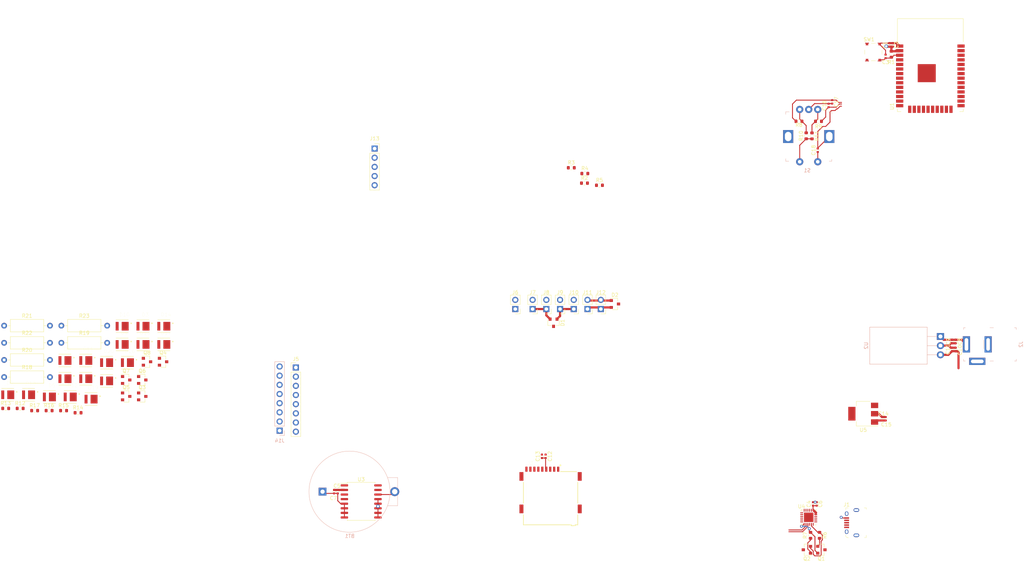
<source format=kicad_pcb>
(kicad_pcb (version 20171130) (host pcbnew "(5.1.8)-1")
  (layers (0 F.Cu signal) (1 In1.Cu power) (2 In2.Cu power) (31 B.Cu signal) (34 B.Paste user) (35 F.Paste user) (36 B.SilkS user) (37 F.SilkS user) (38 B.Mask user) (39 F.Mask user) (44 Edge.Cuts user))
  (net 0 "")
  (net 1 Earth)
  (net 2 +3V3)
  (net 3 /RESET)
  (net 4 LINE)
  (net 5 +12V)
  (net 6 /EncoderB)
  (net 7 /EncoderA)
  (net 8 /Button)
  (net 9 SDA)
  (net 10 SCL)
  (net 11 "Net-(J1-Pad3)")
  (net 12 "Net-(J1-Pad2)")
  (net 13 "Net-(J1-Pad1)")
  (net 14 TXD)
  (net 15 RXD)
  (net 16 /IO0)
  (net 17 /OnOff)
  (net 18 "Net-(Q1-Pad1)")
  (net 19 "Net-(Q1-Pad2)")
  (net 20 "Net-(Q2-Pad2)")
  (net 21 "Net-(Q2-Pad1)")
  (net 22 "Net-(D3-Pad1)")
  (net 23 "Net-(Q3-Pad1)")
  (net 24 "Net-(Q4-Pad1)")
  (net 25 "Net-(D6-Pad1)")
  (net 26 "Net-(D10-Pad1)")
  (net 27 "Net-(Q5-Pad1)")
  (net 28 "Net-(Q6-Pad1)")
  (net 29 "Net-(D12-Pad1)")
  (net 30 "Net-(Q7-Pad1)")
  (net 31 "Net-(D15-Pad1)")
  (net 32 "Net-(D18-Pad1)")
  (net 33 "Net-(Q8-Pad1)")
  (net 34 /RTC-32kHz)
  (net 35 /RTC-INTSQW)
  (net 36 "Net-(R10-Pad2)")
  (net 37 "Net-(R11-Pad2)")
  (net 38 "Net-(D3-Pad2)")
  (net 39 "Net-(D6-Pad2)")
  (net 40 "Net-(D10-Pad2)")
  (net 41 "Net-(D12-Pad2)")
  (net 42 "Net-(D15-Pad2)")
  (net 43 "Net-(D18-Pad2)")
  (net 44 /RTC-RST)
  (net 45 SCK)
  (net 46 MOSI)
  (net 47 MISO)
  (net 48 "Net-(BT1-Pad1)")
  (net 49 /!SD_SS)
  (net 50 /PWM6)
  (net 51 /PWM5)
  (net 52 /PWM4)
  (net 53 /PWM3)
  (net 54 /PWM2)
  (net 55 /PWM1)
  (net 56 /SD_Det)
  (module digikey-footprints:GCT_MEM2075-00-140-01-A (layer F.Cu) (at 123.5 151)
    (fp_text reference J3 (at -5.125 -13.135) (layer F.SilkS) (effects (font (thickness 0.015))))
    (fp_text value Micro_SD_Card_Det)
    (pad 1 smd rect (at 2.58 -11.42) (size 0.62 1.4) (layers F.Cu F.Paste F.Mask))
    (pad 2 smd rect (at 1.48 -11.42) (size 0.62 1.4) (layers F.Cu F.Paste F.Mask) (net 49 /!SD_SS))
    (pad 3 smd rect (at 0.38 -11.42) (size 0.62 1.4) (layers F.Cu F.Paste F.Mask) (net 46 MOSI))
    (pad 4 smd rect (at -0.72 -11.42) (size 0.62 1.4) (layers F.Cu F.Paste F.Mask) (net 2 +3V3))
    (pad 5 smd rect (at -1.82 -11.42) (size 0.62 1.4) (layers F.Cu F.Paste F.Mask) (net 45 SCK))
    (pad 6 smd rect (at -2.92 -11.42) (size 0.62 1.4) (layers F.Cu F.Paste F.Mask) (net 1 Earth))
    (pad 7 smd rect (at -4.02 -11.42) (size 0.62 1.4) (layers F.Cu F.Paste F.Mask) (net 47 MISO))
    (pad 8 smd rect (at -5.12 -11.42) (size 0.62 1.4) (layers F.Cu F.Paste F.Mask))
    (pad 9 smd rect (at -6.22 -11.42) (size 0.62 1.4) (layers F.Cu F.Paste F.Mask) (net 56 /SD_Det))
    (pad None np_thru_hole circle (at -3.4 0) (size 0.95 0.95) (drill 0.95) (layers *.Cu *.Mask))
    (pad None np_thru_hole circle (at 3.4 0) (size 0.95 0.95) (drill 0.95) (layers *.Cu *.Mask))
    (pad 11 smd rect (at -7.6 -0.42) (size 1.1 2.4) (layers F.Cu F.Paste F.Mask))
    (pad 11 smd rect (at -7.6 -9.42) (size 1.1 2.4) (layers F.Cu F.Paste F.Mask))
    (pad 11 smd rect (at 8.55 -9.42) (size 1.1 2.4) (layers F.Cu F.Paste F.Mask))
    (pad 11 smd rect (at 8.55 -0.42) (size 1.1 2.4) (layers F.Cu F.Paste F.Mask))
  )
  (module Resistor_SMD:R_0603_1608Metric (layer F.Cu) (at 196 157.9 270)
    (fp_text reference R7 (at 0 1.5 90) (layer F.SilkS))
    (fp_text value 10k)
    (pad 1 smd roundrect (at -0.825 0 270) (size 0.8 0.95) (layers F.Cu F.Paste F.Mask) (net 19 "Net-(Q1-Pad2)"))
    (pad 2 smd roundrect (at 0.825 0 270) (size 0.8 0.95) (layers F.Cu F.Paste F.Mask) (net 21 "Net-(Q2-Pad1)"))
  )
  (module digikey-footprints:Battery_Holder_Coin_2032_BS-7 (layer B.Cu) (at 60.8 145.8)
    (fp_text reference BT1 (at 7.52856 12.3063 180) (layer B.SilkS) (effects (justify mirror)))
    (fp_text value Battery_Cell)
    (pad 2 thru_hole rect (at 0 0) (size 2.17 2.17) (drill 1.17) (layers *.Cu *.Mask) (net 1 Earth))
    (pad 1 thru_hole circle (at 20 0) (size 2.5 2.5) (drill 1.5) (layers *.Cu *.Mask) (net 48 "Net-(BT1-Pad1)"))
  )
  (module Capacitor_SMD:C_0402_1005Metric (layer F.Cu) (at 217.8 22.014999 90)
    (fp_text reference C1 (at 0 -1.16 90) (layer F.SilkS))
    (fp_text value 1n)
    (pad 2 smd roundrect (at 0.48 0 90) (size 0.56 0.62) (layers F.Cu F.Paste F.Mask) (net 1 Earth))
    (pad 1 smd roundrect (at -0.48 0 90) (size 0.56 0.62) (layers F.Cu F.Paste F.Mask) (net 2 +3V3))
  )
  (module Capacitor_SMD:C_0402_1005Metric (layer F.Cu) (at 218.775001 22.014999 90)
    (fp_text reference C2 (at 0 1.024999 90) (layer F.SilkS))
    (fp_text value 100n)
    (pad 2 smd roundrect (at 0.48 0 90) (size 0.56 0.62) (layers F.Cu F.Paste F.Mask) (net 1 Earth))
    (pad 1 smd roundrect (at -0.48 0 90) (size 0.56 0.62) (layers F.Cu F.Paste F.Mask) (net 2 +3V3))
  )
  (module Capacitor_SMD:C_0402_1005Metric (layer F.Cu) (at 216.8 25.2 90)
    (fp_text reference C3 (at -1.6 0 180) (layer F.SilkS))
    (fp_text value 100n)
    (pad 2 smd roundrect (at 0.48 0 90) (size 0.56 0.62) (layers F.Cu F.Paste F.Mask) (net 1 Earth))
    (pad 1 smd roundrect (at -0.48 0 90) (size 0.56 0.62) (layers F.Cu F.Paste F.Mask) (net 3 /RESET))
  )
  (module Capacitor_SMD:C_0402_1005Metric (layer F.Cu) (at 196.7 149.2 90)
    (fp_text reference C4 (at 0 -1.16 90) (layer F.SilkS))
    (fp_text value 1n)
    (pad 2 smd roundrect (at 0.48 0 90) (size 0.56 0.62) (layers F.Cu F.Paste F.Mask) (net 1 Earth))
    (pad 1 smd roundrect (at -0.48 0 90) (size 0.56 0.62) (layers F.Cu F.Paste F.Mask) (net 2 +3V3))
  )
  (module Capacitor_SMD:C_0402_1005Metric (layer F.Cu) (at 65 145.8 270)
    (fp_text reference C5 (at -1.6 0.2 180) (layer F.SilkS))
    (fp_text value 1n)
    (pad 1 smd roundrect (at -0.48 0 270) (size 0.56 0.62) (layers F.Cu F.Paste F.Mask) (net 2 +3V3))
    (pad 2 smd roundrect (at 0.48 0 270) (size 0.56 0.62) (layers F.Cu F.Paste F.Mask) (net 1 Earth))
  )
  (module Capacitor_SMD:C_0402_1005Metric (layer F.Cu) (at 197.7 149.2 90)
    (fp_text reference C6 (at 0 1 90) (layer F.SilkS))
    (fp_text value 100n)
    (pad 1 smd roundrect (at -0.48 0 90) (size 0.56 0.62) (layers F.Cu F.Paste F.Mask) (net 2 +3V3))
    (pad 2 smd roundrect (at 0.48 0 90) (size 0.56 0.62) (layers F.Cu F.Paste F.Mask) (net 1 Earth))
  )
  (module Capacitor_SMD:C_0402_1005Metric (layer F.Cu) (at 64 145.8 270)
    (fp_text reference C7 (at 1.8 0.2 180) (layer F.SilkS))
    (fp_text value 100n)
    (pad 2 smd roundrect (at 0.48 0 270) (size 0.56 0.62) (layers F.Cu F.Paste F.Mask) (net 1 Earth))
    (pad 1 smd roundrect (at -0.48 0 270) (size 0.56 0.62) (layers F.Cu F.Paste F.Mask) (net 2 +3V3))
  )
  (module Capacitor_SMD:C_0402_1005Metric (layer F.Cu) (at 236.2 104.2 270)
    (fp_text reference C8 (at 0 -1.16 90) (layer F.SilkS))
    (fp_text value 4u7)
    (pad 2 smd roundrect (at 0.48 0 270) (size 0.56 0.62) (layers F.Cu F.Paste F.Mask) (net 1 Earth))
    (pad 1 smd roundrect (at -0.48 0 270) (size 0.56 0.62) (layers F.Cu F.Paste F.Mask) (net 4 LINE))
  )
  (module Capacitor_SMD:C_0402_1005Metric (layer F.Cu) (at 235.2 104.2 270)
    (fp_text reference C9 (at 0 1 90) (layer F.SilkS))
    (fp_text value 100n)
    (pad 2 smd roundrect (at 0.48 0 270) (size 0.56 0.62) (layers F.Cu F.Paste F.Mask) (net 1 Earth))
    (pad 1 smd roundrect (at -0.48 0 270) (size 0.56 0.62) (layers F.Cu F.Paste F.Mask) (net 4 LINE))
  )
  (module Capacitor_SMD:C_0402_1005Metric (layer F.Cu) (at 236.2 106.4 90)
    (fp_text reference C10 (at -0.2 1.2 90) (layer F.SilkS))
    (fp_text value 4u7)
    (pad 2 smd roundrect (at 0.48 0 90) (size 0.56 0.62) (layers F.Cu F.Paste F.Mask) (net 1 Earth))
    (pad 1 smd roundrect (at -0.48 0 90) (size 0.56 0.62) (layers F.Cu F.Paste F.Mask) (net 5 +12V))
  )
  (module Capacitor_SMD:C_0402_1005Metric (layer F.Cu) (at 235.2 106.4 90)
    (fp_text reference C11 (at 0 -1.16 90) (layer F.SilkS))
    (fp_text value 100n)
    (pad 1 smd roundrect (at -0.48 0 90) (size 0.56 0.62) (layers F.Cu F.Paste F.Mask) (net 5 +12V))
    (pad 2 smd roundrect (at 0.48 0 90) (size 0.56 0.62) (layers F.Cu F.Paste F.Mask) (net 1 Earth))
  )
  (module Capacitor_SMD:C_0402_1005Metric (layer F.Cu) (at 122.6 136 90)
    (fp_text reference C12 (at 0 1.2 90) (layer F.SilkS))
    (fp_text value 1n)
    (pad 1 smd roundrect (at -0.48 0 90) (size 0.56 0.62) (layers F.Cu F.Paste F.Mask) (net 2 +3V3))
    (pad 2 smd roundrect (at 0.48 0 90) (size 0.56 0.62) (layers F.Cu F.Paste F.Mask) (net 1 Earth))
  )
  (module Capacitor_SMD:C_0402_1005Metric (layer F.Cu) (at 121.585001 136 90)
    (fp_text reference C13 (at 0 -1.16 90) (layer F.SilkS))
    (fp_text value 100n)
    (pad 2 smd roundrect (at 0.48 0 90) (size 0.56 0.62) (layers F.Cu F.Paste F.Mask) (net 1 Earth))
    (pad 1 smd roundrect (at -0.48 0 90) (size 0.56 0.62) (layers F.Cu F.Paste F.Mask) (net 2 +3V3))
  )
  (module Capacitor_SMD:C_0402_1005Metric (layer F.Cu) (at 215.8 125.6 270)
    (fp_text reference C14 (at -1.4 -0.4 180) (layer F.SilkS))
    (fp_text value 4u7)
    (pad 1 smd roundrect (at -0.48 0 270) (size 0.56 0.62) (layers F.Cu F.Paste F.Mask) (net 2 +3V3))
    (pad 2 smd roundrect (at 0.48 0 270) (size 0.56 0.62) (layers F.Cu F.Paste F.Mask) (net 1 Earth))
  )
  (module Capacitor_SMD:C_0402_1005Metric (layer F.Cu) (at 216.8 125.6 270)
    (fp_text reference C15 (at 1.6 -0.2 180) (layer F.SilkS))
    (fp_text value 100n)
    (pad 2 smd roundrect (at 0.48 0 270) (size 0.56 0.62) (layers F.Cu F.Paste F.Mask) (net 1 Earth))
    (pad 1 smd roundrect (at -0.48 0 270) (size 0.56 0.62) (layers F.Cu F.Paste F.Mask) (net 2 +3V3))
  )
  (module Capacitor_SMD:C_0402_1005Metric (layer F.Cu) (at 201 38.8 90)
    (fp_text reference C16 (at 0 -1.16 90) (layer F.SilkS))
    (fp_text value 10n)
    (pad 2 smd roundrect (at 0.48 0 90) (size 0.56 0.62) (layers F.Cu F.Paste F.Mask) (net 1 Earth))
    (pad 1 smd roundrect (at -0.48 0 90) (size 0.56 0.62) (layers F.Cu F.Paste F.Mask) (net 6 /EncoderB))
  )
  (module Capacitor_SMD:C_0402_1005Metric (layer F.Cu) (at 202 37.8 270)
    (fp_text reference C17 (at 0 -1.16 90) (layer F.SilkS))
    (fp_text value 10n)
    (pad 1 smd roundrect (at -0.48 0 270) (size 0.56 0.62) (layers F.Cu F.Paste F.Mask) (net 7 /EncoderA))
    (pad 2 smd roundrect (at 0.48 0 270) (size 0.56 0.62) (layers F.Cu F.Paste F.Mask) (net 1 Earth))
  )
  (module Capacitor_SMD:C_0402_1005Metric (layer F.Cu) (at 198 51.2 90)
    (fp_text reference C18 (at 0 -1.16 90) (layer F.SilkS))
    (fp_text value 10n)
    (pad 2 smd roundrect (at 0.48 0 90) (size 0.56 0.62) (layers F.Cu F.Paste F.Mask) (net 1 Earth))
    (pad 1 smd roundrect (at -0.48 0 90) (size 0.56 0.62) (layers F.Cu F.Paste F.Mask) (net 8 /Button))
  )
  (module Package_TO_SOT_SMD:SOT-23 (layer F.Cu) (at 124.8 99 270)
    (fp_text reference D1 (at 0 -2.5 90) (layer F.SilkS))
    (fp_text value PSM712-LF-T7)
    (pad 3 smd rect (at 1 0 270) (size 0.9 0.8) (layers F.Cu F.Paste F.Mask) (net 1 Earth))
    (pad 2 smd rect (at -1 0.95 270) (size 0.9 0.8) (layers F.Cu F.Paste F.Mask) (net 2 +3V3))
    (pad 1 smd rect (at -1 -0.95 270) (size 0.9 0.8) (layers F.Cu F.Paste F.Mask) (net 5 +12V))
  )
  (module Package_TO_SOT_SMD:SOT-23 (layer F.Cu) (at 141.8 93.8)
    (fp_text reference D2 (at 0 -2.5) (layer F.SilkS))
    (fp_text value PSM712-LF-T7)
    (pad 1 smd rect (at -1 -0.95) (size 0.9 0.8) (layers F.Cu F.Paste F.Mask) (net 9 SDA))
    (pad 2 smd rect (at -1 0.95) (size 0.9 0.8) (layers F.Cu F.Paste F.Mask) (net 10 SCL))
    (pad 3 smd rect (at 1 0) (size 0.9 0.8) (layers F.Cu F.Paste F.Mask) (net 1 Earth))
  )
  (module digikey-footprints:LED_L135-A589003500000 (layer F.Cu) (at 11.045001 99.955001)
    (fp_text reference D3 (at 0.635 -3.175) (layer F.SilkS) (effects (font (thickness 0.015))))
    (fp_text value LED)
    (pad 1 smd rect (at 0.835 0) (size 1.93 2.4) (layers F.Cu F.Paste) (net 22 "Net-(D3-Pad1)"))
    (pad 2 smd rect (at -1.39 0) (size 0.82 2.4) (layers F.Cu F.Paste) (net 38 "Net-(D3-Pad2)"))
  )
  (module digikey-footprints:LED_L135-A589003500000 (layer F.Cu) (at 5.275001 105.005001)
    (fp_text reference D4 (at 0.635 -3.175) (layer F.SilkS) (effects (font (thickness 0.015))))
    (fp_text value LED)
    (pad 2 smd rect (at -1.39 0) (size 0.82 2.4) (layers F.Cu F.Paste) (net 38 "Net-(D3-Pad2)"))
    (pad 1 smd rect (at 0.835 0) (size 1.93 2.4) (layers F.Cu F.Paste) (net 22 "Net-(D3-Pad1)"))
  )
  (module digikey-footprints:LED_L135-A589003500000 (layer F.Cu) (at -14.884999 119.555001)
    (fp_text reference D5 (at 0.635 -3.175) (layer F.SilkS) (effects (font (thickness 0.015))))
    (fp_text value LED)
    (pad 1 smd rect (at 0.835 0) (size 1.93 2.4) (layers F.Cu F.Paste) (net 22 "Net-(D3-Pad1)"))
    (pad 2 smd rect (at -1.39 0) (size 0.82 2.4) (layers F.Cu F.Paste) (net 38 "Net-(D3-Pad2)"))
  )
  (module digikey-footprints:LED_L135-A589003500000 (layer F.Cu) (at -4.804999 114.505001)
    (fp_text reference D6 (at 0.635 -3.175) (layer F.SilkS) (effects (font (thickness 0.015))))
    (fp_text value LED)
    (pad 2 smd rect (at -1.39 0) (size 0.82 2.4) (layers F.Cu F.Paste) (net 39 "Net-(D6-Pad2)"))
    (pad 1 smd rect (at 0.835 0) (size 1.93 2.4) (layers F.Cu F.Paste) (net 25 "Net-(D6-Pad1)"))
  )
  (module digikey-footprints:LED_L135-A589003500000 (layer F.Cu) (at -10.574999 114.505001)
    (fp_text reference D7 (at 0.635 -3.175) (layer F.SilkS) (effects (font (thickness 0.015))))
    (fp_text value LED)
    (pad 1 smd rect (at 0.835 0) (size 1.93 2.4) (layers F.Cu F.Paste) (net 25 "Net-(D6-Pad1)"))
    (pad 2 smd rect (at -1.39 0) (size 0.82 2.4) (layers F.Cu F.Paste) (net 39 "Net-(D6-Pad2)"))
  )
  (module digikey-footprints:LED_L135-A589003500000 (layer F.Cu) (at -10.574999 109.455001)
    (fp_text reference D8 (at 0.635 -3.175) (layer F.SilkS) (effects (font (thickness 0.015))))
    (fp_text value LED)
    (pad 2 smd rect (at -1.39 0) (size 0.82 2.4) (layers F.Cu F.Paste) (net 39 "Net-(D6-Pad2)"))
    (pad 1 smd rect (at 0.835 0) (size 1.93 2.4) (layers F.Cu F.Paste) (net 25 "Net-(D6-Pad1)"))
  )
  (module digikey-footprints:LED_L135-A589003500000 (layer F.Cu) (at -26.424999 118.955001)
    (fp_text reference D9 (at 0.635 -3.175) (layer F.SilkS) (effects (font (thickness 0.015))))
    (fp_text value LED)
    (pad 1 smd rect (at 0.835 0) (size 1.93 2.4) (layers F.Cu F.Paste) (net 26 "Net-(D10-Pad1)"))
    (pad 2 smd rect (at -1.39 0) (size 0.82 2.4) (layers F.Cu F.Paste) (net 40 "Net-(D10-Pad2)"))
  )
  (module digikey-footprints:LED_L135-A589003500000 (layer F.Cu) (at 5.275001 99.955001)
    (fp_text reference D10 (at 0.635 -3.175) (layer F.SilkS) (effects (font (thickness 0.015))))
    (fp_text value LED)
    (pad 2 smd rect (at -1.39 0) (size 0.82 2.4) (layers F.Cu F.Paste) (net 40 "Net-(D10-Pad2)"))
    (pad 1 smd rect (at 0.835 0) (size 1.93 2.4) (layers F.Cu F.Paste) (net 26 "Net-(D10-Pad1)"))
  )
  (module digikey-footprints:LED_L135-A589003500000 (layer F.Cu) (at -4.804999 109.455001)
    (fp_text reference D11 (at 0.635 -3.175) (layer F.SilkS) (effects (font (thickness 0.015))))
    (fp_text value LED)
    (pad 1 smd rect (at 0.835 0) (size 1.93 2.4) (layers F.Cu F.Paste) (net 26 "Net-(D10-Pad1)"))
    (pad 2 smd rect (at -1.39 0) (size 0.82 2.4) (layers F.Cu F.Paste) (net 40 "Net-(D10-Pad2)"))
  )
  (module digikey-footprints:LED_L135-A589003500000 (layer F.Cu) (at -9.114999 119.555001)
    (fp_text reference D12 (at 0.635 -3.175) (layer F.SilkS) (effects (font (thickness 0.015))))
    (fp_text value LED)
    (pad 2 smd rect (at -1.39 0) (size 0.82 2.4) (layers F.Cu F.Paste) (net 41 "Net-(D12-Pad2)"))
    (pad 1 smd rect (at 0.835 0) (size 1.93 2.4) (layers F.Cu F.Paste) (net 29 "Net-(D12-Pad1)"))
  )
  (module digikey-footprints:LED_L135-A589003500000 (layer F.Cu) (at 11.045001 105.005001)
    (fp_text reference D13 (at 0.635 -3.175) (layer F.SilkS) (effects (font (thickness 0.015))))
    (fp_text value LED)
    (pad 1 smd rect (at 0.835 0) (size 1.93 2.4) (layers F.Cu F.Paste) (net 29 "Net-(D12-Pad1)"))
    (pad 2 smd rect (at -1.39 0) (size 0.82 2.4) (layers F.Cu F.Paste) (net 41 "Net-(D12-Pad2)"))
  )
  (module digikey-footprints:LED_L135-A589003500000 (layer F.Cu) (at 16.815001 99.955001)
    (fp_text reference D14 (at 0.635 -3.175) (layer F.SilkS) (effects (font (thickness 0.015))))
    (fp_text value LED)
    (pad 2 smd rect (at -1.39 0) (size 0.82 2.4) (layers F.Cu F.Paste) (net 41 "Net-(D12-Pad2)"))
    (pad 1 smd rect (at 0.835 0) (size 1.93 2.4) (layers F.Cu F.Paste) (net 29 "Net-(D12-Pad1)"))
  )
  (module digikey-footprints:LED_L135-A589003500000 (layer F.Cu) (at 0.965001 115.105001)
    (fp_text reference D15 (at 0.635 -3.175) (layer F.SilkS) (effects (font (thickness 0.015))))
    (fp_text value LED)
    (pad 2 smd rect (at -1.39 0) (size 0.82 2.4) (layers F.Cu F.Paste) (net 42 "Net-(D15-Pad2)"))
    (pad 1 smd rect (at 0.835 0) (size 1.93 2.4) (layers F.Cu F.Paste) (net 31 "Net-(D15-Pad1)"))
  )
  (module digikey-footprints:LED_L135-A589003500000 (layer F.Cu) (at 6.735001 110.055001)
    (fp_text reference D16 (at 0.635 -3.175) (layer F.SilkS) (effects (font (thickness 0.015))))
    (fp_text value LED)
    (pad 1 smd rect (at 0.835 0) (size 1.93 2.4) (layers F.Cu F.Paste) (net 31 "Net-(D15-Pad1)"))
    (pad 2 smd rect (at -1.39 0) (size 0.82 2.4) (layers F.Cu F.Paste) (net 42 "Net-(D15-Pad2)"))
  )
  (module digikey-footprints:LED_L135-A589003500000 (layer F.Cu) (at 16.815001 105.005001)
    (fp_text reference D17 (at 0.635 -3.175) (layer F.SilkS) (effects (font (thickness 0.015))))
    (fp_text value LED)
    (pad 2 smd rect (at -1.39 0) (size 0.82 2.4) (layers F.Cu F.Paste) (net 42 "Net-(D15-Pad2)"))
    (pad 1 smd rect (at 0.835 0) (size 1.93 2.4) (layers F.Cu F.Paste) (net 31 "Net-(D15-Pad1)"))
  )
  (module digikey-footprints:LED_L135-A589003500000 (layer F.Cu) (at -20.654999 118.955001)
    (fp_text reference D18 (at 0.635 -3.175) (layer F.SilkS) (effects (font (thickness 0.015))))
    (fp_text value LED)
    (pad 1 smd rect (at 0.835 0) (size 1.93 2.4) (layers F.Cu F.Paste) (net 32 "Net-(D18-Pad1)"))
    (pad 2 smd rect (at -1.39 0) (size 0.82 2.4) (layers F.Cu F.Paste) (net 43 "Net-(D18-Pad2)"))
  )
  (module digikey-footprints:LED_L135-A589003500000 (layer F.Cu) (at -3.344999 120.155001)
    (fp_text reference D19 (at 0.635 -3.175) (layer F.SilkS) (effects (font (thickness 0.015))))
    (fp_text value LED)
    (pad 2 smd rect (at -1.39 0) (size 0.82 2.4) (layers F.Cu F.Paste) (net 43 "Net-(D18-Pad2)"))
    (pad 1 smd rect (at 0.835 0) (size 1.93 2.4) (layers F.Cu F.Paste) (net 32 "Net-(D18-Pad1)"))
  )
  (module digikey-footprints:LED_L135-A589003500000 (layer F.Cu) (at 0.965001 110.055001)
    (fp_text reference D20 (at 0.635 -3.175) (layer F.SilkS) (effects (font (thickness 0.015))))
    (fp_text value LED)
    (pad 1 smd rect (at 0.835 0) (size 1.93 2.4) (layers F.Cu F.Paste) (net 32 "Net-(D18-Pad1)"))
    (pad 2 smd rect (at -1.39 0) (size 0.82 2.4) (layers F.Cu F.Paste) (net 43 "Net-(D18-Pad2)"))
  )
  (module digikey-footprints:USB_Micro_B_Female_10118194-0001LF (layer F.Cu) (at 206 154.4 90)
    (fp_text reference J1 (at 5 0 180) (layer F.SilkS))
    (fp_text value USB_B_Micro)
    (pad 3 smd rect (at 0 0 90) (size 0.4 1.35) (layers F.Cu F.Paste F.Mask) (net 11 "Net-(J1-Pad3)"))
    (pad 4 smd rect (at 0.65 0 90) (size 0.4 1.35) (layers F.Cu F.Paste F.Mask))
    (pad 5 smd rect (at 1.3 0 90) (size 0.4 1.35) (layers F.Cu F.Paste F.Mask) (net 1 Earth))
    (pad 2 smd rect (at -0.65 0 90) (size 0.4 1.35) (layers F.Cu F.Paste F.Mask) (net 12 "Net-(J1-Pad2)"))
    (pad 1 smd rect (at -1.3 0 90) (size 0.4 1.35) (layers F.Cu F.Paste F.Mask) (net 13 "Net-(J1-Pad1)"))
    (pad SH thru_hole oval (at 2.5 0 90) (size 1.25 0.95) (drill oval 0.85 0.55) (layers *.Cu *.Mask))
    (pad SH thru_hole oval (at -2.5 0 90) (size 1.25 0.95) (drill oval 0.85 0.55) (layers *.Cu *.Mask))
    (pad SH thru_hole oval (at -3.5 2.7 90) (size 1 1.55) (drill oval 0.5 1.15) (layers *.Cu *.Mask))
    (pad SH thru_hole oval (at 3.5 2.7 90) (size 1 1.55) (drill oval 0.5 1.15) (layers *.Cu *.Mask))
  )
  (module digikey-footprints:Barrel_Jack_5.5mmODx2.1mmID_PJ-202A (layer B.Cu) (at 242.2 105 90)
    (fp_text reference J2 (at 0 12.1 -90) (layer B.SilkS) (effects (justify mirror)))
    (fp_text value PJ-202-AH)
    (pad 3 thru_hole rect (at -4.7 0 90) (size 2 4.5) (drill oval 1 3.5) (layers *.Cu *.Mask))
    (pad 1 thru_hole rect (at 0 -3 90) (size 4.5 2) (drill oval 3.5 1) (layers *.Cu *.Mask) (net 4 LINE))
    (pad 2 thru_hole rect (at 0 3 90) (size 4.5 2) (drill oval 3.5 1) (layers *.Cu *.Mask) (net 1 Earth))
  )
  (module Connector_PinHeader_2.54mm:PinHeader_1x08_P2.54mm_Vertical (layer F.Cu) (at 53.4 111.4)
    (fp_text reference J5 (at 0 -2.33) (layer F.SilkS))
    (fp_text value Conn_01x08_Male)
    (pad 1 thru_hole rect (at 0 0) (size 1.7 1.7) (drill 1) (layers *.Cu *.Mask) (net 5 +12V))
    (pad 2 thru_hole oval (at 0 2.54) (size 1.7 1.7) (drill 1) (layers *.Cu *.Mask) (net 50 /PWM6))
    (pad 3 thru_hole oval (at 0 5.08) (size 1.7 1.7) (drill 1) (layers *.Cu *.Mask) (net 51 /PWM5))
    (pad 4 thru_hole oval (at 0 7.62) (size 1.7 1.7) (drill 1) (layers *.Cu *.Mask) (net 52 /PWM4))
    (pad 5 thru_hole oval (at 0 10.16) (size 1.7 1.7) (drill 1) (layers *.Cu *.Mask) (net 53 /PWM3))
    (pad 6 thru_hole oval (at 0 12.7) (size 1.7 1.7) (drill 1) (layers *.Cu *.Mask) (net 54 /PWM2))
    (pad 7 thru_hole oval (at 0 15.24) (size 1.7 1.7) (drill 1) (layers *.Cu *.Mask) (net 55 /PWM1))
    (pad 8 thru_hole oval (at 0 17.78) (size 1.7 1.7) (drill 1) (layers *.Cu *.Mask) (net 1 Earth))
  )
  (module Connector_PinHeader_2.54mm:PinHeader_1x02_P2.54mm_Vertical (layer F.Cu) (at 114.2 95.2 180)
    (fp_text reference J6 (at 0 4.6) (layer F.SilkS))
    (fp_text value Conn_01x02)
    (pad 1 thru_hole rect (at 0 0 180) (size 1.7 1.7) (drill 1) (layers *.Cu *.Mask) (net 17 /OnOff))
    (pad 2 thru_hole oval (at 0 2.54 180) (size 1.7 1.7) (drill 1) (layers *.Cu *.Mask) (net 1 Earth))
  )
  (module Connector_PinHeader_2.54mm:PinHeader_1x02_P2.54mm_Vertical (layer F.Cu) (at 119 95.2 180)
    (fp_text reference J7 (at 0 4.6) (layer F.SilkS))
    (fp_text value Conn_01x02)
    (pad 1 thru_hole rect (at 0 0 180) (size 1.7 1.7) (drill 1) (layers *.Cu *.Mask) (net 2 +3V3))
    (pad 2 thru_hole oval (at 0 2.54 180) (size 1.7 1.7) (drill 1) (layers *.Cu *.Mask) (net 1 Earth))
  )
  (module Connector_PinHeader_2.54mm:PinHeader_1x02_P2.54mm_Vertical (layer F.Cu) (at 122.8 95.2 180)
    (fp_text reference J8 (at 0 4.6) (layer F.SilkS))
    (fp_text value Conn_01x02)
    (pad 2 thru_hole oval (at 0 2.54 180) (size 1.7 1.7) (drill 1) (layers *.Cu *.Mask) (net 1 Earth))
    (pad 1 thru_hole rect (at 0 0 180) (size 1.7 1.7) (drill 1) (layers *.Cu *.Mask) (net 2 +3V3))
  )
  (module Connector_PinHeader_2.54mm:PinHeader_1x02_P2.54mm_Vertical (layer F.Cu) (at 126.6 95.2 180)
    (fp_text reference J9 (at 0 4.6) (layer F.SilkS))
    (fp_text value Conn_01x02)
    (pad 1 thru_hole rect (at 0 0 180) (size 1.7 1.7) (drill 1) (layers *.Cu *.Mask) (net 5 +12V))
    (pad 2 thru_hole oval (at 0 2.54 180) (size 1.7 1.7) (drill 1) (layers *.Cu *.Mask) (net 1 Earth))
  )
  (module Connector_PinHeader_2.54mm:PinHeader_1x02_P2.54mm_Vertical (layer F.Cu) (at 130.4 95.2 180)
    (fp_text reference J10 (at 0 4.6) (layer F.SilkS))
    (fp_text value Conn_01x02)
    (pad 1 thru_hole rect (at 0 0 180) (size 1.7 1.7) (drill 1) (layers *.Cu *.Mask) (net 5 +12V))
    (pad 2 thru_hole oval (at 0 2.54 180) (size 1.7 1.7) (drill 1) (layers *.Cu *.Mask) (net 1 Earth))
  )
  (module Connector_PinHeader_2.54mm:PinHeader_1x02_P2.54mm_Vertical (layer F.Cu) (at 134.2 95.2 180)
    (fp_text reference J11 (at 0 4.6) (layer F.SilkS))
    (fp_text value Conn_01x02)
    (pad 2 thru_hole oval (at 0 2.54 180) (size 1.7 1.7) (drill 1) (layers *.Cu *.Mask) (net 9 SDA))
    (pad 1 thru_hole rect (at 0 0 180) (size 1.7 1.7) (drill 1) (layers *.Cu *.Mask) (net 10 SCL))
  )
  (module Connector_PinHeader_2.54mm:PinHeader_1x02_P2.54mm_Vertical (layer F.Cu) (at 137.9 95.2 180)
    (fp_text reference J12 (at 0 4.6) (layer F.SilkS))
    (fp_text value Conn_01x02)
    (pad 2 thru_hole oval (at 0 2.54 180) (size 1.7 1.7) (drill 1) (layers *.Cu *.Mask) (net 9 SDA))
    (pad 1 thru_hole rect (at 0 0 180) (size 1.7 1.7) (drill 1) (layers *.Cu *.Mask) (net 10 SCL))
  )
  (module Connector_PinSocket_2.54mm:PinSocket_1x05_P2.54mm_Vertical (layer F.Cu) (at 75.225001 50.735001)
    (fp_text reference J13 (at 0 -2.77) (layer F.SilkS))
    (fp_text value Screen)
    (pad 5 thru_hole oval (at 0 10.16) (size 1.7 1.7) (drill 1) (layers *.Cu *.Mask) (net 10 SCL))
    (pad 4 thru_hole oval (at 0 7.62) (size 1.7 1.7) (drill 1) (layers *.Cu *.Mask) (net 9 SDA))
    (pad 3 thru_hole oval (at 0 5.08) (size 1.7 1.7) (drill 1) (layers *.Cu *.Mask) (net 1 Earth))
    (pad 2 thru_hole oval (at 0 2.54) (size 1.7 1.7) (drill 1) (layers *.Cu *.Mask) (net 2 +3V3))
    (pad 1 thru_hole rect (at 0 0) (size 1.7 1.7) (drill 1) (layers *.Cu *.Mask) (net 2 +3V3))
  )
  (module Connector_PinSocket_2.54mm:PinSocket_1x08_P2.54mm_Vertical (layer B.Cu) (at 48.9 128.9)
    (fp_text reference J14 (at 0 2.77) (layer B.SilkS) (effects (justify mirror)))
    (fp_text value Conn_01x08_Male)
    (pad 1 thru_hole rect (at 0 0) (size 1.7 1.7) (drill 1) (layers *.Cu *.Mask) (net 1 Earth))
    (pad 2 thru_hole oval (at 0 -2.54) (size 1.7 1.7) (drill 1) (layers *.Cu *.Mask) (net 55 /PWM1))
    (pad 3 thru_hole oval (at 0 -5.08) (size 1.7 1.7) (drill 1) (layers *.Cu *.Mask) (net 54 /PWM2))
    (pad 4 thru_hole oval (at 0 -7.62) (size 1.7 1.7) (drill 1) (layers *.Cu *.Mask) (net 53 /PWM3))
    (pad 5 thru_hole oval (at 0 -10.16) (size 1.7 1.7) (drill 1) (layers *.Cu *.Mask) (net 52 /PWM4))
    (pad 6 thru_hole oval (at 0 -12.7) (size 1.7 1.7) (drill 1) (layers *.Cu *.Mask) (net 51 /PWM5))
    (pad 7 thru_hole oval (at 0 -15.24) (size 1.7 1.7) (drill 1) (layers *.Cu *.Mask) (net 50 /PWM6))
    (pad 8 thru_hole oval (at 0 -17.78) (size 1.7 1.7) (drill 1) (layers *.Cu *.Mask) (net 5 +12V))
  )
  (module Package_TO_SOT_SMD:SOT-23 (layer F.Cu) (at 199 161.9)
    (fp_text reference Q1 (at 0 2.5) (layer F.SilkS))
    (fp_text value MMBT3904)
    (pad 1 smd rect (at -1 -0.95) (size 0.9 0.8) (layers F.Cu F.Paste F.Mask) (net 18 "Net-(Q1-Pad1)"))
    (pad 2 smd rect (at -1 0.95) (size 0.9 0.8) (layers F.Cu F.Paste F.Mask) (net 19 "Net-(Q1-Pad2)"))
    (pad 3 smd rect (at 1 0) (size 0.9 0.8) (layers F.Cu F.Paste F.Mask) (net 3 /RESET))
  )
  (module Package_TO_SOT_SMD:SOT-23 (layer F.Cu) (at 195 161.9 180)
    (fp_text reference Q2 (at 0 -2.5) (layer F.SilkS))
    (fp_text value MMBT3904)
    (pad 3 smd rect (at 1 0 180) (size 0.9 0.8) (layers F.Cu F.Paste F.Mask) (net 16 /IO0))
    (pad 2 smd rect (at -1 0.95 180) (size 0.9 0.8) (layers F.Cu F.Paste F.Mask) (net 20 "Net-(Q2-Pad2)"))
    (pad 1 smd rect (at -1 -0.95 180) (size 0.9 0.8) (layers F.Cu F.Paste F.Mask) (net 21 "Net-(Q2-Pad1)"))
  )
  (module Package_TO_SOT_SMD:SOT-23 (layer F.Cu) (at 10.835001 119.405001)
    (fp_text reference Q3 (at 0 -2.5) (layer F.SilkS))
    (fp_text value Q_PNP_BCE)
    (pad 3 smd rect (at 1 0) (size 0.9 0.8) (layers F.Cu F.Paste F.Mask) (net 22 "Net-(D3-Pad1)"))
    (pad 2 smd rect (at -1 0.95) (size 0.9 0.8) (layers F.Cu F.Paste F.Mask) (net 1 Earth))
    (pad 1 smd rect (at -1 -0.95) (size 0.9 0.8) (layers F.Cu F.Paste F.Mask) (net 23 "Net-(Q3-Pad1)"))
  )
  (module Package_TO_SOT_SMD:SOT-23 (layer F.Cu) (at 16.605001 109.805001)
    (fp_text reference Q4 (at 0 -2.5) (layer F.SilkS))
    (fp_text value Q_PNP_BCE)
    (pad 3 smd rect (at 1 0) (size 0.9 0.8) (layers F.Cu F.Paste F.Mask) (net 25 "Net-(D6-Pad1)"))
    (pad 2 smd rect (at -1 0.95) (size 0.9 0.8) (layers F.Cu F.Paste F.Mask) (net 1 Earth))
    (pad 1 smd rect (at -1 -0.95) (size 0.9 0.8) (layers F.Cu F.Paste F.Mask) (net 24 "Net-(Q4-Pad1)"))
  )
  (module Package_TO_SOT_SMD:SOT-23 (layer F.Cu) (at 6.385001 119.405001)
    (fp_text reference Q5 (at 0 -2.5) (layer F.SilkS))
    (fp_text value Q_PNP_BCE)
    (pad 3 smd rect (at 1 0) (size 0.9 0.8) (layers F.Cu F.Paste F.Mask) (net 26 "Net-(D10-Pad1)"))
    (pad 2 smd rect (at -1 0.95) (size 0.9 0.8) (layers F.Cu F.Paste F.Mask) (net 1 Earth))
    (pad 1 smd rect (at -1 -0.95) (size 0.9 0.8) (layers F.Cu F.Paste F.Mask) (net 27 "Net-(Q5-Pad1)"))
  )
  (module Package_TO_SOT_SMD:SOT-23 (layer F.Cu) (at 10.835001 114.855001)
    (fp_text reference Q6 (at 0 -2.5) (layer F.SilkS))
    (fp_text value Q_PNP_BCE)
    (pad 1 smd rect (at -1 -0.95) (size 0.9 0.8) (layers F.Cu F.Paste F.Mask) (net 28 "Net-(Q6-Pad1)"))
    (pad 2 smd rect (at -1 0.95) (size 0.9 0.8) (layers F.Cu F.Paste F.Mask) (net 1 Earth))
    (pad 3 smd rect (at 1 0) (size 0.9 0.8) (layers F.Cu F.Paste F.Mask) (net 29 "Net-(D12-Pad1)"))
  )
  (module Package_TO_SOT_SMD:SOT-23 (layer F.Cu) (at 6.385001 114.855001)
    (fp_text reference Q7 (at 0 -2.5) (layer F.SilkS))
    (fp_text value Q_PNP_BCE)
    (pad 1 smd rect (at -1 -0.95) (size 0.9 0.8) (layers F.Cu F.Paste F.Mask) (net 30 "Net-(Q7-Pad1)"))
    (pad 2 smd rect (at -1 0.95) (size 0.9 0.8) (layers F.Cu F.Paste F.Mask) (net 1 Earth))
    (pad 3 smd rect (at 1 0) (size 0.9 0.8) (layers F.Cu F.Paste F.Mask) (net 31 "Net-(D15-Pad1)"))
  )
  (module Package_TO_SOT_SMD:SOT-23 (layer F.Cu) (at 12.155001 109.805001)
    (fp_text reference Q8 (at 0 -2.5) (layer F.SilkS))
    (fp_text value Q_PNP_BCE)
    (pad 1 smd rect (at -1 -0.95) (size 0.9 0.8) (layers F.Cu F.Paste F.Mask) (net 33 "Net-(Q8-Pad1)"))
    (pad 2 smd rect (at -1 0.95) (size 0.9 0.8) (layers F.Cu F.Paste F.Mask) (net 1 Earth))
    (pad 3 smd rect (at 1 0) (size 0.9 0.8) (layers F.Cu F.Paste F.Mask) (net 32 "Net-(D18-Pad1)"))
  )
  (module Resistor_SMD:R_0603_1608Metric (layer F.Cu) (at 218.4 24.6 90)
    (fp_text reference R1 (at -2.2 0 180) (layer F.SilkS))
    (fp_text value 10k)
    (pad 1 smd roundrect (at -0.825 0 90) (size 0.8 0.95) (layers F.Cu F.Paste F.Mask) (net 3 /RESET))
    (pad 2 smd roundrect (at 0.825 0 90) (size 0.8 0.95) (layers F.Cu F.Paste F.Mask) (net 2 +3V3))
  )
  (module Resistor_SMD:R_0603_1608Metric (layer F.Cu) (at 133.365001 60.315001)
    (fp_text reference R2 (at 0 -1.43) (layer F.SilkS))
    (fp_text value 10k)
    (pad 1 smd roundrect (at -0.825 0) (size 0.8 0.95) (layers F.Cu F.Paste F.Mask) (net 35 /RTC-INTSQW))
    (pad 2 smd roundrect (at 0.825 0) (size 0.8 0.95) (layers F.Cu F.Paste F.Mask) (net 2 +3V3))
  )
  (module Resistor_SMD:R_0603_1608Metric (layer F.Cu) (at 129.715001 56.055001)
    (fp_text reference R3 (at 0 -1.43) (layer F.SilkS))
    (fp_text value 10k)
    (pad 2 smd roundrect (at 0.825 0) (size 0.8 0.95) (layers F.Cu F.Paste F.Mask) (net 2 +3V3))
    (pad 1 smd roundrect (at -0.825 0) (size 0.8 0.95) (layers F.Cu F.Paste F.Mask) (net 34 /RTC-32kHz))
  )
  (module Resistor_SMD:R_0603_1608Metric (layer F.Cu) (at 133.465001 57.655001)
    (fp_text reference R4 (at 0 -1.43) (layer F.SilkS))
    (fp_text value 10k)
    (pad 2 smd roundrect (at 0.825 0) (size 0.8 0.95) (layers F.Cu F.Paste F.Mask) (net 2 +3V3))
    (pad 1 smd roundrect (at -0.825 0) (size 0.8 0.95) (layers F.Cu F.Paste F.Mask) (net 9 SDA))
  )
  (module Resistor_SMD:R_0603_1608Metric (layer F.Cu) (at 137.515001 60.915001)
    (fp_text reference R5 (at 0 -1.43) (layer F.SilkS))
    (fp_text value 10k)
    (pad 2 smd roundrect (at 0.825 0) (size 0.8 0.95) (layers F.Cu F.Paste F.Mask) (net 2 +3V3))
    (pad 1 smd roundrect (at -0.825 0) (size 0.8 0.95) (layers F.Cu F.Paste F.Mask) (net 10 SCL))
  )
  (module Resistor_SMD:R_0603_1608Metric (layer F.Cu) (at 198.5 157.9 270)
    (fp_text reference R6 (at 0 -1.43 90) (layer F.SilkS))
    (fp_text value 10k)
    (pad 2 smd roundrect (at 0.825 0 270) (size 0.8 0.95) (layers F.Cu F.Paste F.Mask) (net 18 "Net-(Q1-Pad1)"))
    (pad 1 smd roundrect (at -0.825 0 270) (size 0.8 0.95) (layers F.Cu F.Paste F.Mask) (net 20 "Net-(Q2-Pad2)"))
  )
  (module Resistor_SMD:R_0603_1608Metric (layer F.Cu) (at 192.8 43.2)
    (fp_text reference R8 (at 0 1) (layer F.SilkS))
    (fp_text value 10k)
    (pad 1 smd roundrect (at -0.825 0) (size 0.8 0.95) (layers F.Cu F.Paste F.Mask) (net 7 /EncoderA))
    (pad 2 smd roundrect (at 0.825 0) (size 0.8 0.95) (layers F.Cu F.Paste F.Mask) (net 36 "Net-(R10-Pad2)"))
  )
  (module Resistor_SMD:R_0603_1608Metric (layer F.Cu) (at 198.2 43.2 180)
    (fp_text reference R9 (at 0 -1.43) (layer F.SilkS))
    (fp_text value 10k)
    (pad 1 smd roundrect (at -0.825 0 180) (size 0.8 0.95) (layers F.Cu F.Paste F.Mask) (net 6 /EncoderB))
    (pad 2 smd roundrect (at 0.825 0 180) (size 0.8 0.95) (layers F.Cu F.Paste F.Mask) (net 37 "Net-(R11-Pad2)"))
  )
  (module Resistor_SMD:R_0603_1608Metric (layer F.Cu) (at 194.8 47.2 90)
    (fp_text reference R10 (at 0 -1.43 90) (layer F.SilkS))
    (fp_text value 10k)
    (pad 1 smd roundrect (at -0.825 0 90) (size 0.8 0.95) (layers F.Cu F.Paste F.Mask) (net 2 +3V3))
    (pad 2 smd roundrect (at 0.825 0 90) (size 0.8 0.95) (layers F.Cu F.Paste F.Mask) (net 36 "Net-(R10-Pad2)"))
  )
  (module Resistor_SMD:R_0603_1608Metric (layer F.Cu) (at 196.4 47.225 90)
    (fp_text reference R11 (at 0 1.4 90) (layer F.SilkS))
    (fp_text value 10k)
    (pad 1 smd roundrect (at -0.825 0 90) (size 0.8 0.95) (layers F.Cu F.Paste F.Mask) (net 2 +3V3))
    (pad 2 smd roundrect (at 0.825 0 90) (size 0.8 0.95) (layers F.Cu F.Paste F.Mask) (net 37 "Net-(R11-Pad2)"))
  )
  (module Resistor_SMD:R_0603_1608Metric (layer F.Cu) (at -22.984999 122.735001)
    (fp_text reference R12 (at 0 -1.43) (layer F.SilkS))
    (fp_text value 1k)
    (pad 1 smd roundrect (at -0.825 0) (size 0.8 0.95) (layers F.Cu F.Paste F.Mask) (net 55 /PWM1))
    (pad 2 smd roundrect (at 0.825 0) (size 0.8 0.95) (layers F.Cu F.Paste F.Mask) (net 23 "Net-(Q3-Pad1)"))
  )
  (module Resistor_SMD:R_0603_1608Metric (layer F.Cu) (at -26.994999 122.735001)
    (fp_text reference R13 (at 0 -1.43) (layer F.SilkS))
    (fp_text value 1k)
    (pad 2 smd roundrect (at 0.825 0) (size 0.8 0.95) (layers F.Cu F.Paste F.Mask) (net 24 "Net-(Q4-Pad1)"))
    (pad 1 smd roundrect (at -0.825 0) (size 0.8 0.95) (layers F.Cu F.Paste F.Mask) (net 54 /PWM2))
  )
  (module Resistor_SMD:R_0603_1608Metric (layer F.Cu) (at -6.944999 123.935001)
    (fp_text reference R14 (at 0 -1.43) (layer F.SilkS))
    (fp_text value 1k)
    (pad 1 smd roundrect (at -0.825 0) (size 0.8 0.95) (layers F.Cu F.Paste F.Mask) (net 53 /PWM3))
    (pad 2 smd roundrect (at 0.825 0) (size 0.8 0.95) (layers F.Cu F.Paste F.Mask) (net 27 "Net-(Q5-Pad1)"))
  )
  (module Resistor_SMD:R_0603_1608Metric (layer F.Cu) (at -10.954999 123.335001)
    (fp_text reference R15 (at 0 -1.43) (layer F.SilkS))
    (fp_text value 1k)
    (pad 2 smd roundrect (at 0.825 0) (size 0.8 0.95) (layers F.Cu F.Paste F.Mask) (net 28 "Net-(Q6-Pad1)"))
    (pad 1 smd roundrect (at -0.825 0) (size 0.8 0.95) (layers F.Cu F.Paste F.Mask) (net 52 /PWM4))
  )
  (module Resistor_SMD:R_0603_1608Metric (layer F.Cu) (at -14.964999 123.335001)
    (fp_text reference R16 (at 0 -1.43) (layer F.SilkS))
    (fp_text value 1k)
    (pad 1 smd roundrect (at -0.825 0) (size 0.8 0.95) (layers F.Cu F.Paste F.Mask) (net 51 /PWM5))
    (pad 2 smd roundrect (at 0.825 0) (size 0.8 0.95) (layers F.Cu F.Paste F.Mask) (net 30 "Net-(Q7-Pad1)"))
  )
  (module Resistor_SMD:R_0603_1608Metric (layer F.Cu) (at -18.974999 123.335001)
    (fp_text reference R17 (at 0 -1.43) (layer F.SilkS))
    (fp_text value 1k)
    (pad 2 smd roundrect (at 0.825 0) (size 0.8 0.95) (layers F.Cu F.Paste F.Mask) (net 33 "Net-(Q8-Pad1)"))
    (pad 1 smd roundrect (at -0.825 0) (size 0.8 0.95) (layers F.Cu F.Paste F.Mask) (net 50 /PWM6))
  )
  (module Resistor_THT:R_Axial_DIN0309_L9.0mm_D3.2mm_P12.70mm_Horizontal (layer F.Cu) (at -27.424999 114.055001)
    (fp_text reference R18 (at 6.35 -2.72) (layer F.SilkS))
    (fp_text value 180R)
    (pad 2 thru_hole oval (at 12.7 0) (size 1.6 1.6) (drill 0.8) (layers *.Cu *.Mask) (net 5 +12V))
    (pad 1 thru_hole circle (at 0 0) (size 1.6 1.6) (drill 0.8) (layers *.Cu *.Mask) (net 38 "Net-(D3-Pad2)"))
  )
  (module Resistor_THT:R_Axial_DIN0309_L9.0mm_D3.2mm_P12.70mm_Horizontal (layer F.Cu) (at -11.574999 104.555001)
    (fp_text reference R19 (at 6.35 -2.72) (layer F.SilkS))
    (fp_text value 180R)
    (pad 1 thru_hole circle (at 0 0) (size 1.6 1.6) (drill 0.8) (layers *.Cu *.Mask) (net 39 "Net-(D6-Pad2)"))
    (pad 2 thru_hole oval (at 12.7 0) (size 1.6 1.6) (drill 0.8) (layers *.Cu *.Mask) (net 5 +12V))
  )
  (module Resistor_THT:R_Axial_DIN0309_L9.0mm_D3.2mm_P12.70mm_Horizontal (layer F.Cu) (at -27.424999 109.305001)
    (fp_text reference R20 (at 6.35 -2.72) (layer F.SilkS))
    (fp_text value 180R)
    (pad 1 thru_hole circle (at 0 0) (size 1.6 1.6) (drill 0.8) (layers *.Cu *.Mask) (net 40 "Net-(D10-Pad2)"))
    (pad 2 thru_hole oval (at 12.7 0) (size 1.6 1.6) (drill 0.8) (layers *.Cu *.Mask) (net 5 +12V))
  )
  (module Resistor_THT:R_Axial_DIN0309_L9.0mm_D3.2mm_P12.70mm_Horizontal (layer F.Cu) (at -27.424999 99.805001)
    (fp_text reference R21 (at 6.35 -2.72) (layer F.SilkS))
    (fp_text value 180R)
    (pad 2 thru_hole oval (at 12.7 0) (size 1.6 1.6) (drill 0.8) (layers *.Cu *.Mask) (net 5 +12V))
    (pad 1 thru_hole circle (at 0 0) (size 1.6 1.6) (drill 0.8) (layers *.Cu *.Mask) (net 41 "Net-(D12-Pad2)"))
  )
  (module Resistor_THT:R_Axial_DIN0309_L9.0mm_D3.2mm_P12.70mm_Horizontal (layer F.Cu) (at -27.424999 104.555001)
    (fp_text reference R22 (at 6.35 -2.72) (layer F.SilkS))
    (fp_text value 180R)
    (pad 1 thru_hole circle (at 0 0) (size 1.6 1.6) (drill 0.8) (layers *.Cu *.Mask) (net 42 "Net-(D15-Pad2)"))
    (pad 2 thru_hole oval (at 12.7 0) (size 1.6 1.6) (drill 0.8) (layers *.Cu *.Mask) (net 5 +12V))
  )
  (module Resistor_THT:R_Axial_DIN0309_L9.0mm_D3.2mm_P12.70mm_Horizontal (layer F.Cu) (at -11.574999 99.805001)
    (fp_text reference R23 (at 6.35 -2.72) (layer F.SilkS))
    (fp_text value 180R)
    (pad 2 thru_hole oval (at 12.7 0) (size 1.6 1.6) (drill 0.8) (layers *.Cu *.Mask) (net 5 +12V))
    (pad 1 thru_hole circle (at 0 0) (size 1.6 1.6) (drill 0.8) (layers *.Cu *.Mask) (net 43 "Net-(D18-Pad2)"))
  )
  (module digikey-footprints:Rotary_Encoder_Switched_PEC11R (layer B.Cu) (at 189.8 47.4)
    (fp_text reference S1 (at 5.275 9.4) (layer B.SilkS) (effects (justify mirror)))
    (fp_text value PEC11R-4020F-S0024)
    (pad 3 thru_hole rect (at 0 0) (size 2.8 3.6) (drill oval 1.8 2.6) (layers *.Cu *.Mask) (net 1 Earth))
    (pad 3 thru_hole rect (at 11.4 0) (size 2.8 3.6) (drill oval 1.8 2.6) (layers *.Cu *.Mask) (net 1 Earth))
    (pad 1 thru_hole circle (at 3.2 7) (size 2 2) (drill 1) (layers *.Cu *.Mask) (net 2 +3V3))
    (pad 2 thru_hole circle (at 8.2 7) (size 2 2) (drill 1) (layers *.Cu *.Mask) (net 8 /Button))
    (pad A thru_hole circle (at 3.2 -7.5) (size 2 2) (drill 1) (layers *.Cu *.Mask) (net 36 "Net-(R10-Pad2)"))
    (pad C thru_hole circle (at 5.7 -7.5) (size 2 2) (drill 1) (layers *.Cu *.Mask) (net 1 Earth))
    (pad B thru_hole circle (at 8.2 -7.5) (size 2 2) (drill 1) (layers *.Cu *.Mask) (net 37 "Net-(R11-Pad2)"))
  )
  (module digikey-footprints:Switch_Tactile_SMD_4.5x4.5mm_TL3315NF160Q (layer F.Cu) (at 213.4 24 270)
    (fp_text reference SW1 (at -3.5 1.2 180) (layer F.SilkS))
    (fp_text value RESET)
    (pad 4 smd rect (at 2.125 1.75 270) (size 0.5 0.7) (layers F.Cu F.Paste F.Mask))
    (pad 3 smd rect (at -2.125 1.75 270) (size 0.5 0.7) (layers F.Cu F.Paste F.Mask))
    (pad 2 smd rect (at 2.125 -1.75 270) (size 0.5 0.7) (layers F.Cu F.Paste F.Mask) (net 3 /RESET))
    (pad 1 smd rect (at -2.125 -1.75 270) (size 0.5 0.7) (layers F.Cu F.Paste F.Mask) (net 1 Earth))
    (pad 2 smd rect (at 2.475 -1.75 270) (size 0.2 1.1) (layers F.Cu F.Paste F.Mask) (net 3 /RESET))
    (pad 3 smd rect (at -2.475 1.75 270) (size 0.2 1.1) (layers F.Cu F.Paste F.Mask))
    (pad 4 smd rect (at 2.475 1.75 270) (size 0.2 1.1) (layers F.Cu F.Paste F.Mask))
    (pad 1 smd rect (at -2.475 -1.75 270) (size 0.2 1.1) (layers F.Cu F.Paste F.Mask) (net 1 Earth))
  )
  (module RF_Module:ESP32-WROOM-32 (layer F.Cu) (at 229.2 30.6)
    (fp_text reference U1 (at -10.61 8.43 90) (layer F.SilkS))
    (fp_text value ESP32-WROOM-32)
    (pad 38 smd rect (at 8.5 -8.255) (size 2 0.9) (layers F.Cu F.Paste F.Mask) (net 1 Earth))
    (pad 37 smd rect (at 8.5 -6.985) (size 2 0.9) (layers F.Cu F.Paste F.Mask) (net 47 MISO))
    (pad 36 smd rect (at 8.5 -5.715) (size 2 0.9) (layers F.Cu F.Paste F.Mask) (net 10 SCL))
    (pad 35 smd rect (at 8.5 -4.445) (size 2 0.9) (layers F.Cu F.Paste F.Mask) (net 14 TXD))
    (pad 34 smd rect (at 8.5 -3.175) (size 2 0.9) (layers F.Cu F.Paste F.Mask) (net 15 RXD))
    (pad 33 smd rect (at 8.5 -1.905) (size 2 0.9) (layers F.Cu F.Paste F.Mask) (net 9 SDA))
    (pad 32 smd rect (at 8.5 -0.635) (size 2 0.9) (layers F.Cu F.Paste F.Mask))
    (pad 31 smd rect (at 8.5 0.635) (size 2 0.9) (layers F.Cu F.Paste F.Mask) (net 46 MOSI))
    (pad 30 smd rect (at 8.5 1.905) (size 2 0.9) (layers F.Cu F.Paste F.Mask) (net 45 SCK))
    (pad 29 smd rect (at 8.5 3.175) (size 2 0.9) (layers F.Cu F.Paste F.Mask))
    (pad 28 smd rect (at 8.5 4.445) (size 2 0.9) (layers F.Cu F.Paste F.Mask) (net 44 /RTC-RST))
    (pad 27 smd rect (at 8.5 5.715) (size 2 0.9) (layers F.Cu F.Paste F.Mask) (net 34 /RTC-32kHz))
    (pad 26 smd rect (at 8.5 6.985) (size 2 0.9) (layers F.Cu F.Paste F.Mask) (net 17 /OnOff))
    (pad 25 smd rect (at 8.5 8.255) (size 2 0.9) (layers F.Cu F.Paste F.Mask) (net 16 /IO0))
    (pad 24 smd rect (at 5.715 9.255 90) (size 2 0.9) (layers F.Cu F.Paste F.Mask) (net 49 /!SD_SS))
    (pad 23 smd rect (at 4.445 9.255 90) (size 2 0.9) (layers F.Cu F.Paste F.Mask) (net 35 /RTC-INTSQW))
    (pad 22 smd rect (at 3.175 9.255 90) (size 2 0.9) (layers F.Cu F.Paste F.Mask))
    (pad 21 smd rect (at 1.905 9.255 90) (size 2 0.9) (layers F.Cu F.Paste F.Mask))
    (pad 20 smd rect (at 0.635 9.255 90) (size 2 0.9) (layers F.Cu F.Paste F.Mask))
    (pad 19 smd rect (at -0.635 9.255 90) (size 2 0.9) (layers F.Cu F.Paste F.Mask))
    (pad 18 smd rect (at -1.905 9.255 90) (size 2 0.9) (layers F.Cu F.Paste F.Mask))
    (pad 17 smd rect (at -3.175 9.255 90) (size 2 0.9) (layers F.Cu F.Paste F.Mask))
    (pad 16 smd rect (at -4.445 9.255 90) (size 2 0.9) (layers F.Cu F.Paste F.Mask) (net 54 /PWM2))
    (pad 15 smd rect (at -5.715 9.255 90) (size 2 0.9) (layers F.Cu F.Paste F.Mask) (net 1 Earth))
    (pad 14 smd rect (at -8.5 8.255) (size 2 0.9) (layers F.Cu F.Paste F.Mask) (net 55 /PWM1))
    (pad 13 smd rect (at -8.5 6.985) (size 2 0.9) (layers F.Cu F.Paste F.Mask) (net 53 /PWM3))
    (pad 12 smd rect (at -8.5 5.715) (size 2 0.9) (layers F.Cu F.Paste F.Mask) (net 50 /PWM6))
    (pad 11 smd rect (at -8.5 4.445) (size 2 0.9) (layers F.Cu F.Paste F.Mask) (net 51 /PWM5))
    (pad 10 smd rect (at -8.5 3.175) (size 2 0.9) (layers F.Cu F.Paste F.Mask) (net 52 /PWM4))
    (pad 9 smd rect (at -8.5 1.905) (size 2 0.9) (layers F.Cu F.Paste F.Mask) (net 56 /SD_Det))
    (pad 8 smd rect (at -8.5 0.635) (size 2 0.9) (layers F.Cu F.Paste F.Mask) (net 8 /Button))
    (pad 7 smd rect (at -8.5 -0.635) (size 2 0.9) (layers F.Cu F.Paste F.Mask) (net 6 /EncoderB))
    (pad 6 smd rect (at -8.5 -1.905) (size 2 0.9) (layers F.Cu F.Paste F.Mask) (net 7 /EncoderA))
    (pad 5 smd rect (at -8.5 -3.175) (size 2 0.9) (layers F.Cu F.Paste F.Mask))
    (pad 4 smd rect (at -8.5 -4.445) (size 2 0.9) (layers F.Cu F.Paste F.Mask))
    (pad 3 smd rect (at -8.5 -5.715) (size 2 0.9) (layers F.Cu F.Paste F.Mask) (net 3 /RESET))
    (pad 2 smd rect (at -8.5 -6.985) (size 2 0.9) (layers F.Cu F.Paste F.Mask) (net 2 +3V3))
    (pad 1 smd rect (at -8.5 -8.255) (size 2 0.9) (layers F.Cu F.Paste F.Mask) (net 1 Earth))
    (pad 39 smd rect (at -1 -0.755) (size 5 5) (layers F.Cu F.Paste F.Mask) (net 1 Earth))
  )
  (module Package_TO_SOT_THT:TO-220-3_Horizontal_TabDown (layer B.Cu) (at 232 102.8 270)
    (fp_text reference U2 (at 2.54 20.58 270) (layer B.SilkS) (effects (justify mirror)))
    (fp_text value LM7812_TO220)
    (pad "" np_thru_hole oval (at 2.54 16.66 270) (size 3.5 3.5) (drill 3.5) (layers *.Cu *.Mask))
    (pad 1 thru_hole rect (at 0 0 270) (size 1.905 2) (drill 1.1) (layers *.Cu *.Mask) (net 4 LINE))
    (pad 2 thru_hole oval (at 2.54 0 270) (size 1.905 2) (drill 1.1) (layers *.Cu *.Mask) (net 1 Earth))
    (pad 3 thru_hole oval (at 5.08 0 270) (size 1.905 2) (drill 1.1) (layers *.Cu *.Mask) (net 5 +12V))
  )
  (module Package_SO:SOIC-16W_7.5x10.3mm_P1.27mm (layer F.Cu) (at 71.5 148.5)
    (fp_text reference U3 (at 0 -6.1) (layer F.SilkS))
    (fp_text value DS3231M)
    (pad 1 smd roundrect (at -4.65 -4.445) (size 2.05 0.6) (layers F.Cu F.Paste F.Mask) (net 34 /RTC-32kHz))
    (pad 2 smd roundrect (at -4.65 -3.175) (size 2.05 0.6) (layers F.Cu F.Paste F.Mask) (net 2 +3V3))
    (pad 3 smd roundrect (at -4.65 -1.905) (size 2.05 0.6) (layers F.Cu F.Paste F.Mask) (net 35 /RTC-INTSQW))
    (pad 4 smd roundrect (at -4.65 -0.635) (size 2.05 0.6) (layers F.Cu F.Paste F.Mask) (net 44 /RTC-RST))
    (pad 5 smd roundrect (at -4.65 0.635) (size 2.05 0.6) (layers F.Cu F.Paste F.Mask) (net 1 Earth))
    (pad 6 smd roundrect (at -4.65 1.905) (size 2.05 0.6) (layers F.Cu F.Paste F.Mask) (net 1 Earth))
    (pad 7 smd roundrect (at -4.65 3.175) (size 2.05 0.6) (layers F.Cu F.Paste F.Mask) (net 1 Earth))
    (pad 8 smd roundrect (at -4.65 4.445) (size 2.05 0.6) (layers F.Cu F.Paste F.Mask) (net 1 Earth))
    (pad 9 smd roundrect (at 4.65 4.445) (size 2.05 0.6) (layers F.Cu F.Paste F.Mask) (net 1 Earth))
    (pad 10 smd roundrect (at 4.65 3.175) (size 2.05 0.6) (layers F.Cu F.Paste F.Mask) (net 1 Earth))
    (pad 11 smd roundrect (at 4.65 1.905) (size 2.05 0.6) (layers F.Cu F.Paste F.Mask) (net 1 Earth))
    (pad 12 smd roundrect (at 4.65 0.635) (size 2.05 0.6) (layers F.Cu F.Paste F.Mask) (net 1 Earth))
    (pad 13 smd roundrect (at 4.65 -0.635) (size 2.05 0.6) (layers F.Cu F.Paste F.Mask) (net 1 Earth))
    (pad 14 smd roundrect (at 4.65 -1.905) (size 2.05 0.6) (layers F.Cu F.Paste F.Mask) (net 48 "Net-(BT1-Pad1)"))
    (pad 15 smd roundrect (at 4.65 -3.175) (size 2.05 0.6) (layers F.Cu F.Paste F.Mask) (net 9 SDA))
    (pad 16 smd roundrect (at 4.65 -4.445) (size 2.05 0.6) (layers F.Cu F.Paste F.Mask) (net 10 SCL))
  )
  (module Package_DFN_QFN:QFN-24-1EP_4x4mm_P0.5mm_EP2.6x2.6mm (layer F.Cu) (at 195.5 152.9 180)
    (fp_text reference U4 (at 2 3) (layer F.SilkS))
    (fp_text value CP2104)
    (pad 1 smd roundrect (at -1.9375 -1.25 180) (size 0.825 0.25) (layers F.Cu F.Paste F.Mask))
    (pad 2 smd roundrect (at -1.9375 -0.75 180) (size 0.825 0.25) (layers F.Cu F.Paste F.Mask) (net 1 Earth))
    (pad 3 smd roundrect (at -1.9375 -0.25 180) (size 0.825 0.25) (layers F.Cu F.Paste F.Mask) (net 11 "Net-(J1-Pad3)"))
    (pad 4 smd roundrect (at -1.9375 0.25 180) (size 0.825 0.25) (layers F.Cu F.Paste F.Mask) (net 12 "Net-(J1-Pad2)"))
    (pad 5 smd roundrect (at -1.9375 0.75 180) (size 0.825 0.25) (layers F.Cu F.Paste F.Mask) (net 2 +3V3))
    (pad 6 smd roundrect (at -1.9375 1.25 180) (size 0.825 0.25) (layers F.Cu F.Paste F.Mask) (net 2 +3V3))
    (pad 7 smd roundrect (at -1.25 1.9375 180) (size 0.25 0.825) (layers F.Cu F.Paste F.Mask) (net 2 +3V3))
    (pad 8 smd roundrect (at -0.75 1.9375 180) (size 0.25 0.825) (layers F.Cu F.Paste F.Mask) (net 13 "Net-(J1-Pad1)"))
    (pad 9 smd roundrect (at -0.25 1.9375 180) (size 0.25 0.825) (layers F.Cu F.Paste F.Mask))
    (pad 10 smd roundrect (at 0.25 1.9375 180) (size 0.25 0.825) (layers F.Cu F.Paste F.Mask))
    (pad 11 smd roundrect (at 0.75 1.9375 180) (size 0.25 0.825) (layers F.Cu F.Paste F.Mask))
    (pad 12 smd roundrect (at 1.25 1.9375 180) (size 0.25 0.825) (layers F.Cu F.Paste F.Mask))
    (pad 13 smd roundrect (at 1.9375 1.25 180) (size 0.825 0.25) (layers F.Cu F.Paste F.Mask))
    (pad 14 smd roundrect (at 1.9375 0.75 180) (size 0.825 0.25) (layers F.Cu F.Paste F.Mask))
    (pad 15 smd roundrect (at 1.9375 0.25 180) (size 0.825 0.25) (layers F.Cu F.Paste F.Mask))
    (pad 16 smd roundrect (at 1.9375 -0.25 180) (size 0.825 0.25) (layers F.Cu F.Paste F.Mask))
    (pad 17 smd roundrect (at 1.9375 -0.75 180) (size 0.825 0.25) (layers F.Cu F.Paste F.Mask))
    (pad 18 smd roundrect (at 1.9375 -1.25 180) (size 0.825 0.25) (layers F.Cu F.Paste F.Mask))
    (pad 19 smd roundrect (at 1.25 -1.9375 180) (size 0.25 0.825) (layers F.Cu F.Paste F.Mask) (net 19 "Net-(Q1-Pad2)"))
    (pad 20 smd roundrect (at 0.75 -1.9375 180) (size 0.25 0.825) (layers F.Cu F.Paste F.Mask) (net 15 RXD))
    (pad 21 smd roundrect (at 0.25 -1.9375 180) (size 0.25 0.825) (layers F.Cu F.Paste F.Mask) (net 14 TXD))
    (pad 22 smd roundrect (at -0.25 -1.9375 180) (size 0.25 0.825) (layers F.Cu F.Paste F.Mask))
    (pad 23 smd roundrect (at -0.75 -1.9375 180) (size 0.25 0.825) (layers F.Cu F.Paste F.Mask) (net 20 "Net-(Q2-Pad2)"))
    (pad 24 smd roundrect (at -1.25 -1.9375 180) (size 0.25 0.825) (layers F.Cu F.Paste F.Mask))
    (pad 25 smd rect (at 0 0 180) (size 2.6 2.6) (layers F.Cu F.Mask) (net 1 Earth))
  )
  (module Package_TO_SOT_SMD:SOT-223-3_TabPin2 (layer F.Cu) (at 210.6 124.2 180)
    (fp_text reference U5 (at 0 -4.5) (layer F.SilkS))
    (fp_text value AMS1117-3.3)
    (pad 2 smd rect (at 3.15 0 180) (size 2 3.8) (layers F.Cu F.Paste F.Mask) (net 2 +3V3))
    (pad 2 smd rect (at -3.15 0 180) (size 2 1.5) (layers F.Cu F.Paste F.Mask) (net 2 +3V3))
    (pad 3 smd rect (at -3.15 2.3 180) (size 2 1.5) (layers F.Cu F.Paste F.Mask) (net 5 +12V))
    (pad 1 smd rect (at -3.15 -2.3 180) (size 2 1.5) (layers F.Cu F.Paste F.Mask) (net 1 Earth))
  )
  (via (at 204.5 152.9) (size 0.8) (drill 0.4) (layers F.Cu B.Cu) (net 1))
  (segment (start 204.7 153.1) (end 204.5 152.9) (width 0.25) (layer F.Cu) (net 1))
  (segment (start 206 153.1) (end 204.7 153.1) (width 0.25) (layer F.Cu) (net 1))
  (segment (start 196.7 148.72) (end 197.28 148.72) (width 0.25) (layer F.Cu) (net 1))
  (segment (start 197.28 148.72) (end 197.7 148.72) (width 0.25) (layer F.Cu) (net 1))
  (via (at 197.28 148.72) (size 0.8) (drill 0.4) (layers F.Cu B.Cu) (net 1))
  (segment (start 198 50.6) (end 201.2 47.4) (width 0.25) (layer F.Cu) (net 1))
  (segment (start 198 50.72) (end 198 50.6) (width 0.25) (layer F.Cu) (net 1))
  (segment (start 201.04 38.28) (end 201 38.32) (width 0.25) (layer F.Cu) (net 1))
  (segment (start 202 38.28) (end 201.04 38.28) (width 0.25) (layer F.Cu) (net 1))
  (segment (start 236.2 105.92) (end 234.88 105.92) (width 0.6) (layer F.Cu) (net 1))
  (segment (start 234.3 105.34) (end 232 105.34) (width 0.6) (layer F.Cu) (net 1))
  (segment (start 234.88 105.92) (end 234.3 105.34) (width 0.6) (layer F.Cu) (net 1))
  (segment (start 236.2 104.68) (end 234.92 104.68) (width 0.6) (layer F.Cu) (net 1))
  (segment (start 234.3 105.3) (end 234.3 105.34) (width 0.6) (layer F.Cu) (net 1))
  (segment (start 234.92 104.68) (end 234.3 105.3) (width 0.6) (layer F.Cu) (net 1))
  (segment (start 214.17 126.08) (end 213.75 126.5) (width 0.6) (layer F.Cu) (net 1))
  (segment (start 216.8 126.08) (end 214.17 126.08) (width 0.6) (layer F.Cu) (net 1))
  (segment (start 219.889999 21.534999) (end 218.775001 21.534999) (width 0.6) (layer F.Cu) (net 1))
  (segment (start 220.7 22.345) (end 219.889999 21.534999) (width 0.6) (layer F.Cu) (net 1))
  (segment (start 217.8 21.534999) (end 218.775001 21.534999) (width 0.6) (layer F.Cu) (net 1))
  (segment (start 215.490001 21.534999) (end 215.15 21.875) (width 0.25) (layer F.Cu) (net 1))
  (segment (start 217.8 21.534999) (end 215.490001 21.534999) (width 0.25) (layer F.Cu) (net 1))
  (segment (start 216.8 23.525) (end 215.15 21.875) (width 0.25) (layer F.Cu) (net 1))
  (segment (start 216.8 24.72) (end 216.8 23.525) (width 0.25) (layer F.Cu) (net 1))
  (segment (start 64 146.28) (end 65 146.28) (width 0.25) (layer F.Cu) (net 1))
  (segment (start 65 148.31) (end 65.825 149.135) (width 0.25) (layer F.Cu) (net 1))
  (segment (start 65.825 149.135) (end 66.85 149.135) (width 0.25) (layer F.Cu) (net 1))
  (segment (start 65 146.28) (end 65 148.31) (width 0.25) (layer F.Cu) (net 1))
  (segment (start 66.85 149.135) (end 66.85 152.945) (width 0.25) (layer F.Cu) (net 1))
  (segment (start 76.15 147.865) (end 76.15 149.85) (width 0.25) (layer F.Cu) (net 1))
  (segment (start 61.28 146.28) (end 64 146.28) (width 0.25) (layer F.Cu) (net 1))
  (segment (start 60.8 145.8) (end 61.28 146.28) (width 0.25) (layer F.Cu) (net 1))
  (segment (start 76.15 149.85) (end 76.15 152.945) (width 0.25) (layer F.Cu) (net 1))
  (via (at 76.15 149.85) (size 1) (drill 0.6) (layers F.Cu B.Cu) (net 1))
  (segment (start 197.12 38.28) (end 202 38.28) (width 0.25) (layer F.Cu) (net 1))
  (segment (start 195.5 39.9) (end 197.12 38.28) (width 0.25) (layer F.Cu) (net 1))
  (segment (start 198 50.72) (end 198 46) (width 0.25) (layer F.Cu) (net 1))
  (segment (start 198 46) (end 199.4 44.6) (width 0.25) (layer F.Cu) (net 1))
  (segment (start 199.4 44.6) (end 200.2 44.6) (width 0.25) (layer F.Cu) (net 1))
  (segment (start 200.2 44.6) (end 201.4 43.4) (width 0.25) (layer F.Cu) (net 1))
  (segment (start 201.4 43.4) (end 201.4 40.6) (width 0.25) (layer F.Cu) (net 1))
  (segment (start 201.4 40.6) (end 201.8 40.2) (width 0.25) (layer F.Cu) (net 1))
  (segment (start 201.8 40.2) (end 202.8 40.2) (width 0.25) (layer F.Cu) (net 1))
  (segment (start 203.26999 39.73001) (end 203.46999 39.73001) (width 0.25) (layer F.Cu) (net 1))
  (segment (start 202.8 40.2) (end 203.26999 39.73001) (width 0.25) (layer F.Cu) (net 1))
  (segment (start 203.46999 39.73001) (end 204.2 39) (width 0.25) (layer F.Cu) (net 1))
  (segment (start 204.2 39) (end 204.6 39) (width 0.25) (layer F.Cu) (net 1))
  (segment (start 197.4375 152.15) (end 197.4375 151.65) (width 0.25) (layer F.Cu) (net 2))
  (segment (start 196.75 150.9625) (end 197.4375 151.65) (width 0.25) (layer F.Cu) (net 2))
  (segment (start 197.4375 151.52499) (end 196.87501 150.9625) (width 0.6) (layer F.Cu) (net 2))
  (segment (start 197.4375 151.65) (end 197.4375 151.52499) (width 0.6) (layer F.Cu) (net 2))
  (segment (start 197.4375 151.65) (end 197.4375 152.02499) (width 0.6) (layer F.Cu) (net 2))
  (segment (start 196.7 150.9125) (end 196.75 150.9625) (width 0.25) (layer F.Cu) (net 2))
  (segment (start 196.7 149.68) (end 196.7 150.9125) (width 0.25) (layer F.Cu) (net 2))
  (segment (start 197.7 149.68) (end 196.7 149.68) (width 0.25) (layer F.Cu) (net 2))
  (segment (start 193 49.825) (end 194.8 48.025) (width 0.25) (layer F.Cu) (net 2))
  (segment (start 193 54.4) (end 193 49.825) (width 0.25) (layer F.Cu) (net 2))
  (segment (start 196.375 48.025) (end 196.4 48.05) (width 0.25) (layer F.Cu) (net 2))
  (segment (start 194.8 48.025) (end 196.375 48.025) (width 0.25) (layer F.Cu) (net 2))
  (segment (start 216.8 125.12) (end 215.8 125.12) (width 0.6) (layer F.Cu) (net 2))
  (segment (start 214.88 124.2) (end 215.8 125.12) (width 0.6) (layer F.Cu) (net 2))
  (segment (start 213.75 124.2) (end 214.88 124.2) (width 0.6) (layer F.Cu) (net 2))
  (segment (start 130.4 95.2) (end 126.6 95.2) (width 0.6) (layer F.Cu) (net 5))
  (segment (start 237.92 103.72) (end 236.2 103.72) (width 0.6) (layer F.Cu) (net 4))
  (segment (start 239.2 105) (end 237.92 103.72) (width 0.6) (layer F.Cu) (net 4))
  (segment (start 235.2 103.72) (end 236.2 103.72) (width 0.6) (layer F.Cu) (net 4))
  (segment (start 232.92 103.72) (end 232 102.8) (width 0.6) (layer F.Cu) (net 4))
  (segment (start 235.2 103.72) (end 232.92 103.72) (width 0.6) (layer F.Cu) (net 4))
  (segment (start 234.2 107.88) (end 235.2 106.88) (width 0.6) (layer F.Cu) (net 5))
  (segment (start 232 107.88) (end 234.2 107.88) (width 0.6) (layer F.Cu) (net 5))
  (segment (start 235.2 106.88) (end 236.2 106.88) (width 0.6) (layer F.Cu) (net 5))
  (segment (start 236.2 106.88) (end 236.48 106.88) (width 0.6) (layer F.Cu) (net 5))
  (segment (start 236.2 106.88) (end 236.68 106.88) (width 0.6) (layer F.Cu) (net 5))
  (segment (start 236.68 106.88) (end 237 107.2) (width 0.6) (layer F.Cu) (net 5))
  (segment (start 237 107.2) (end 237 111.6) (width 0.6) (layer F.Cu) (net 5))
  (segment (start 119 95.2) (end 122.8 95.2) (width 0.6) (layer F.Cu) (net 2))
  (segment (start 122.8 96.95) (end 123.85 98) (width 0.6) (layer F.Cu) (net 2))
  (segment (start 122.8 95.2) (end 122.8 96.95) (width 0.6) (layer F.Cu) (net 2))
  (segment (start 218.6 22.67) (end 218.775001 22.494999) (width 0.25) (layer F.Cu) (net 2))
  (segment (start 219.615002 23.615) (end 220.7 23.615) (width 0.6) (layer F.Cu) (net 2))
  (segment (start 217.8 22.494999) (end 218.775001 22.494999) (width 0.6) (layer F.Cu) (net 2))
  (segment (start 218.4 22.87) (end 218.775001 22.494999) (width 0.6) (layer F.Cu) (net 2))
  (segment (start 218.4 23.775) (end 218.4 22.87) (width 0.6) (layer F.Cu) (net 2))
  (segment (start 220.54 23.775) (end 220.7 23.615) (width 0.6) (layer F.Cu) (net 2))
  (segment (start 218.4 23.775) (end 220.54 23.775) (width 0.6) (layer F.Cu) (net 2))
  (via (at 217 22.4) (size 1) (drill 0.6) (layers F.Cu B.Cu) (net 2))
  (segment (start 217.094999 22.494999) (end 217 22.4) (width 0.6) (layer F.Cu) (net 2))
  (segment (start 217.8 22.494999) (end 217.094999 22.494999) (width 0.6) (layer F.Cu) (net 2))
  (segment (start 64.005 145.325) (end 64 145.32) (width 0.6) (layer F.Cu) (net 2))
  (segment (start 66.85 145.325) (end 64.005 145.325) (width 0.6) (layer F.Cu) (net 2))
  (segment (start 121.585001 136.48) (end 122.6 136.48) (width 0.25) (layer F.Cu) (net 2))
  (segment (start 122.6 139.4) (end 122.78 139.58) (width 0.25) (layer F.Cu) (net 2))
  (segment (start 122.6 136.48) (end 122.6 139.4) (width 0.25) (layer F.Cu) (net 2))
  (segment (start 219.14 24.885) (end 218.6 25.425) (width 0.25) (layer F.Cu) (net 3))
  (segment (start 220.7 24.885) (end 219.14 24.885) (width 0.25) (layer F.Cu) (net 3))
  (segment (start 218.345 25.68) (end 218.6 25.425) (width 0.25) (layer F.Cu) (net 3))
  (segment (start 216.8 25.68) (end 218.345 25.68) (width 0.25) (layer F.Cu) (net 3))
  (segment (start 216.355 26.125) (end 216.8 25.68) (width 0.25) (layer F.Cu) (net 3))
  (segment (start 215.15 26.125) (end 216.355 26.125) (width 0.25) (layer F.Cu) (net 3))
  (segment (start 215.15 26.125) (end 215.15 26.475) (width 0.25) (layer F.Cu) (net 3))
  (segment (start 126.6 97.15) (end 125.75 98) (width 0.6) (layer F.Cu) (net 5))
  (segment (start 126.6 95.2) (end 126.6 97.15) (width 0.6) (layer F.Cu) (net 5))
  (segment (start 200.88 39.4) (end 201 39.28) (width 0.25) (layer F.Cu) (net 6))
  (segment (start 201 39.28) (end 202.32 39.28) (width 0.25) (layer F.Cu) (net 6))
  (segment (start 199.025 43.2) (end 199.025 43.175) (width 0.25) (layer F.Cu) (net 6))
  (segment (start 199.025 43.175) (end 200.2 42) (width 0.25) (layer F.Cu) (net 6))
  (segment (start 200.2 40.08) (end 201 39.28) (width 0.25) (layer F.Cu) (net 6))
  (segment (start 200.2 42) (end 200.2 40.08) (width 0.25) (layer F.Cu) (net 6))
  (segment (start 202.32 39.28) (end 203.12 39.28) (width 0.25) (layer F.Cu) (net 6))
  (segment (start 203.12 39.28) (end 204 38.4) (width 0.25) (layer F.Cu) (net 6))
  (segment (start 204 38.4) (end 204.6 38.4) (width 0.25) (layer F.Cu) (net 6))
  (segment (start 191.975 43.2) (end 191.975 42.775) (width 0.25) (layer F.Cu) (net 7))
  (segment (start 202 37.32) (end 192.08 37.32) (width 0.25) (layer F.Cu) (net 7))
  (segment (start 192.08 37.32) (end 191 38.4) (width 0.25) (layer F.Cu) (net 7))
  (segment (start 191 42.225) (end 191.975 43.2) (width 0.25) (layer F.Cu) (net 7))
  (segment (start 191 38.4) (end 191 42.225) (width 0.25) (layer F.Cu) (net 7))
  (segment (start 202 37.32) (end 203.12 37.32) (width 0.25) (layer F.Cu) (net 7))
  (segment (start 203.781795 37.981795) (end 203.8136 37.94999) (width 0.25) (layer F.Cu) (net 7))
  (segment (start 203.12 37.32) (end 203.781795 37.981795) (width 0.25) (layer F.Cu) (net 7))
  (segment (start 203.8136 37.94999) (end 204.6 37.94999) (width 0.25) (layer F.Cu) (net 7))
  (segment (start 198 54.4) (end 198 51.68) (width 0.25) (layer F.Cu) (net 8))
  (segment (start 134.39 92.85) (end 134.2 92.66) (width 0.6) (layer F.Cu) (net 9))
  (segment (start 140.8 92.85) (end 134.39 92.85) (width 0.6) (layer F.Cu) (net 9))
  (segment (start 134.65 94.75) (end 134.2 95.2) (width 0.6) (layer F.Cu) (net 10))
  (segment (start 140.8 94.75) (end 134.65 94.75) (width 0.6) (layer F.Cu) (net 10))
  (segment (start 195.25 155.434432) (end 193.784432 156.9) (width 0.25) (layer F.Cu) (net 14))
  (segment (start 195.25 154.8375) (end 195.25 155.434432) (width 0.25) (layer F.Cu) (net 14))
  (segment (start 193.784432 156.9) (end 190 156.9) (width 0.25) (layer F.Cu) (net 14))
  (segment (start 194.75 155.298022) (end 193.648022 156.4) (width 0.25) (layer F.Cu) (net 15))
  (segment (start 194.75 154.8375) (end 194.75 155.298022) (width 0.25) (layer F.Cu) (net 15))
  (segment (start 193.648022 156.4) (end 190 156.4) (width 0.25) (layer F.Cu) (net 15))
  (segment (start 198.5 160.45) (end 198 160.95) (width 0.25) (layer F.Cu) (net 18))
  (segment (start 198.5 158.725) (end 198.5 160.45) (width 0.25) (layer F.Cu) (net 18))
  (segment (start 196 157.075) (end 196 156.9) (width 0.25) (layer F.Cu) (net 19))
  (segment (start 197.224999 158.299999) (end 196 157.075) (width 0.25) (layer F.Cu) (net 19))
  (segment (start 197.224999 162.074999) (end 197.224999 158.299999) (width 0.25) (layer F.Cu) (net 19))
  (segment (start 198 162.85) (end 197.224999 162.074999) (width 0.25) (layer F.Cu) (net 19))
  (via (at 193.5 155.4) (size 0.8) (drill 0.4) (layers F.Cu B.Cu) (net 19))
  (segment (start 194.0625 154.8375) (end 193.5 155.4) (width 0.25) (layer F.Cu) (net 19))
  (segment (start 194.25 154.8375) (end 194.0625 154.8375) (width 0.25) (layer F.Cu) (net 19))
  (via (at 195.654869 156.054869) (size 0.8) (drill 0.4) (layers F.Cu B.Cu) (net 19))
  (segment (start 195 155.4) (end 195.654869 156.054869) (width 0.25) (layer B.Cu) (net 19))
  (segment (start 193.5 155.4) (end 195 155.4) (width 0.25) (layer B.Cu) (net 19))
  (segment (start 195.654869 156.729869) (end 196 157.075) (width 0.25) (layer F.Cu) (net 19))
  (segment (start 195.654869 156.054869) (end 195.654869 156.729869) (width 0.25) (layer F.Cu) (net 19))
  (segment (start 196 161.48641) (end 196 160.95) (width 0.25) (layer F.Cu) (net 20))
  (segment (start 196.775001 162.261411) (end 196 161.48641) (width 0.25) (layer F.Cu) (net 20))
  (segment (start 196.775001 163.175001) (end 196.775001 162.261411) (width 0.25) (layer F.Cu) (net 20))
  (segment (start 198.95001 163.334992) (end 198.710001 163.575001) (width 0.25) (layer F.Cu) (net 20))
  (segment (start 198.95001 159.492468) (end 198.95001 163.334992) (width 0.25) (layer F.Cu) (net 20))
  (segment (start 197.175001 163.575001) (end 196.775001 163.175001) (width 0.25) (layer F.Cu) (net 20))
  (segment (start 199.30001 159.142468) (end 198.95001 159.492468) (width 0.25) (layer F.Cu) (net 20))
  (segment (start 199.30001 157.87501) (end 199.30001 159.142468) (width 0.25) (layer F.Cu) (net 20))
  (segment (start 198.710001 163.575001) (end 197.175001 163.575001) (width 0.25) (layer F.Cu) (net 20))
  (segment (start 198.5 157.075) (end 199.30001 157.87501) (width 0.25) (layer F.Cu) (net 20))
  (segment (start 196.25 155.3) (end 196.25 154.8375) (width 0.25) (layer F.Cu) (net 20))
  (segment (start 198.025 157.075) (end 196.25 155.3) (width 0.25) (layer F.Cu) (net 20))
  (segment (start 198.5 157.075) (end 198.025 157.075) (width 0.25) (layer F.Cu) (net 20))
  (segment (start 195.224999 161.689997) (end 195.224999 160.000001) (width 0.25) (layer F.Cu) (net 21))
  (segment (start 196 162.464998) (end 195.224999 161.689997) (width 0.25) (layer F.Cu) (net 21))
  (segment (start 196 162.85) (end 196 162.464998) (width 0.25) (layer F.Cu) (net 21))
  (segment (start 196 159.225) (end 195.224999 160.000001) (width 0.25) (layer F.Cu) (net 21))
  (segment (start 196 158.725) (end 196 159.225) (width 0.25) (layer F.Cu) (net 21))
  (segment (start 193 42.575) (end 193.625 43.2) (width 0.25) (layer F.Cu) (net 36))
  (segment (start 193 39.9) (end 193 42.575) (width 0.25) (layer F.Cu) (net 36))
  (segment (start 194.8 44.375) (end 193.625 43.2) (width 0.25) (layer F.Cu) (net 36))
  (segment (start 194.8 46.375) (end 194.8 44.375) (width 0.25) (layer F.Cu) (net 36))
  (segment (start 198 42.575) (end 197.375 43.2) (width 0.25) (layer F.Cu) (net 37))
  (segment (start 198 39.9) (end 198 42.575) (width 0.25) (layer F.Cu) (net 37))
  (segment (start 196.4 44.175) (end 197.375 43.2) (width 0.25) (layer F.Cu) (net 37))
  (segment (start 196.4 46.4) (end 196.4 44.175) (width 0.25) (layer F.Cu) (net 37))
  (segment (start 80.005 146.595) (end 76.15 146.595) (width 0.25) (layer F.Cu) (net 48))
  (segment (start 80.8 145.8) (end 80.005 146.595) (width 0.25) (layer F.Cu) (net 48))
)
</source>
